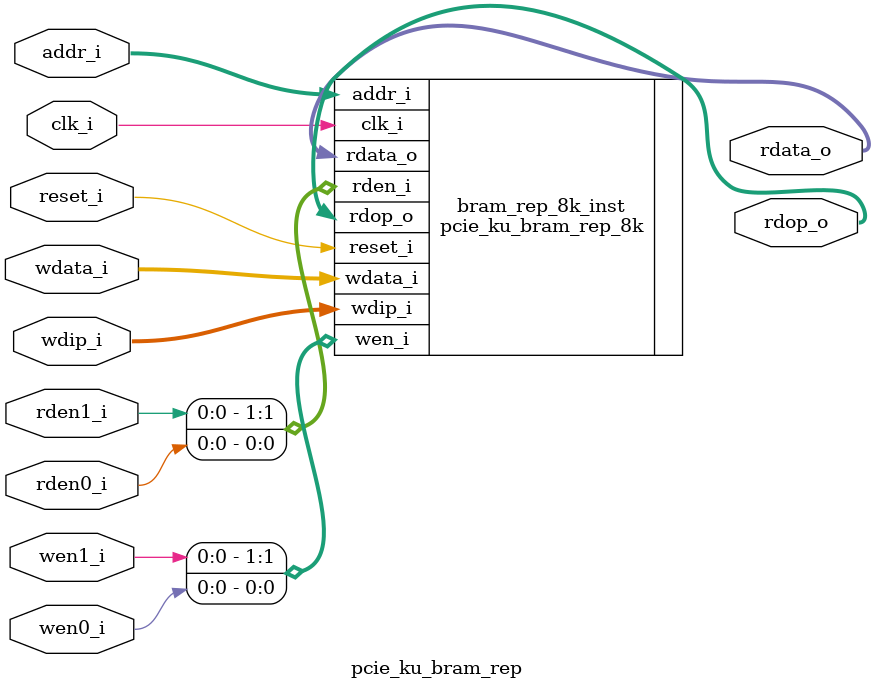
<source format=v>


`timescale 1ps/1ps

module pcie_ku_bram_rep 
 #(
  parameter TCQ = 100
  ) (
  input  wire         clk_i,
  input  wire         reset_i,
  input  wire   [8:0] addr_i,
  input  wire [127:0] wdata_i,
  input  wire  [15:0] wdip_i,
  input  wire         wen0_i,
  input  wire         wen1_i,
  input  wire         rden0_i,
  input  wire         rden1_i,
  output wire [127:0] rdata_o,
  output wire  [15:0] rdop_o
  );

  pcie_ku_bram_rep_8k 
 #(
    .TCQ (TCQ))
  bram_rep_8k_inst (
    .clk_i (clk_i),
    .reset_i (reset_i),
    .addr_i (addr_i[8:0]),
    .wdata_i (wdata_i[127:0]),
    .wdip_i (wdip_i[15:0]),
    .wen_i ({wen1_i, wen0_i}),
    .rden_i ({rden1_i,rden0_i}),
    .rdata_o (rdata_o[127:0]),
    .rdop_o (rdop_o[15:0])
  );

endmodule

</source>
